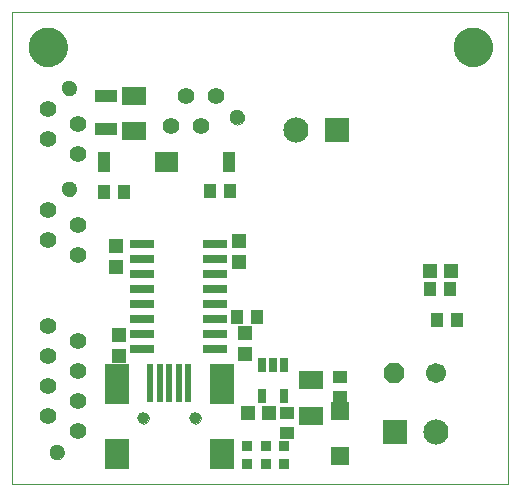
<source format=gts>
G75*
%MOIN*%
%OFA0B0*%
%FSLAX24Y24*%
%IPPOS*%
%LPD*%
%AMOC8*
5,1,8,0,0,1.08239X$1,22.5*
%
%ADD10C,0.0000*%
%ADD11C,0.0512*%
%ADD12C,0.1300*%
%ADD13R,0.0840X0.0300*%
%ADD14R,0.0434X0.0473*%
%ADD15R,0.0355X0.0355*%
%ADD16R,0.0473X0.0434*%
%ADD17R,0.0453X0.0465*%
%ADD18C,0.0560*%
%ADD19R,0.0465X0.0453*%
%ADD20R,0.0257X0.0512*%
%ADD21R,0.0827X0.1024*%
%ADD22R,0.0827X0.1339*%
%ADD23R,0.0237X0.1260*%
%ADD24C,0.0394*%
%ADD25R,0.0591X0.0591*%
%ADD26R,0.0434X0.0709*%
%ADD27R,0.0840X0.0840*%
%ADD28C,0.0840*%
%ADD29R,0.0827X0.0631*%
%ADD30OC8,0.0670*%
%ADD31C,0.0670*%
%ADD32R,0.0749X0.0434*%
D10*
X000159Y001847D02*
X000159Y017595D01*
X016694Y017595D01*
X016694Y001847D01*
X000159Y001847D01*
X001399Y002910D02*
X001401Y002940D01*
X001407Y002970D01*
X001416Y002999D01*
X001429Y003026D01*
X001446Y003051D01*
X001465Y003074D01*
X001488Y003095D01*
X001513Y003112D01*
X001539Y003126D01*
X001568Y003136D01*
X001597Y003143D01*
X001627Y003146D01*
X001658Y003145D01*
X001688Y003140D01*
X001717Y003131D01*
X001744Y003119D01*
X001770Y003104D01*
X001794Y003085D01*
X001815Y003063D01*
X001833Y003039D01*
X001848Y003012D01*
X001859Y002984D01*
X001867Y002955D01*
X001871Y002925D01*
X001871Y002895D01*
X001867Y002865D01*
X001859Y002836D01*
X001848Y002808D01*
X001833Y002781D01*
X001815Y002757D01*
X001794Y002735D01*
X001770Y002716D01*
X001744Y002701D01*
X001717Y002689D01*
X001688Y002680D01*
X001658Y002675D01*
X001627Y002674D01*
X001597Y002677D01*
X001568Y002684D01*
X001539Y002694D01*
X001513Y002708D01*
X001488Y002725D01*
X001465Y002746D01*
X001446Y002769D01*
X001429Y002794D01*
X001416Y002821D01*
X001407Y002850D01*
X001401Y002880D01*
X001399Y002910D01*
X004348Y004044D02*
X004350Y004070D01*
X004356Y004096D01*
X004366Y004121D01*
X004379Y004144D01*
X004395Y004164D01*
X004415Y004182D01*
X004437Y004197D01*
X004460Y004209D01*
X004486Y004217D01*
X004512Y004221D01*
X004538Y004221D01*
X004564Y004217D01*
X004590Y004209D01*
X004614Y004197D01*
X004635Y004182D01*
X004655Y004164D01*
X004671Y004144D01*
X004684Y004121D01*
X004694Y004096D01*
X004700Y004070D01*
X004702Y004044D01*
X004700Y004018D01*
X004694Y003992D01*
X004684Y003967D01*
X004671Y003944D01*
X004655Y003924D01*
X004635Y003906D01*
X004613Y003891D01*
X004590Y003879D01*
X004564Y003871D01*
X004538Y003867D01*
X004512Y003867D01*
X004486Y003871D01*
X004460Y003879D01*
X004436Y003891D01*
X004415Y003906D01*
X004395Y003924D01*
X004379Y003944D01*
X004366Y003967D01*
X004356Y003992D01*
X004350Y004018D01*
X004348Y004044D01*
X006080Y004044D02*
X006082Y004070D01*
X006088Y004096D01*
X006098Y004121D01*
X006111Y004144D01*
X006127Y004164D01*
X006147Y004182D01*
X006169Y004197D01*
X006192Y004209D01*
X006218Y004217D01*
X006244Y004221D01*
X006270Y004221D01*
X006296Y004217D01*
X006322Y004209D01*
X006346Y004197D01*
X006367Y004182D01*
X006387Y004164D01*
X006403Y004144D01*
X006416Y004121D01*
X006426Y004096D01*
X006432Y004070D01*
X006434Y004044D01*
X006432Y004018D01*
X006426Y003992D01*
X006416Y003967D01*
X006403Y003944D01*
X006387Y003924D01*
X006367Y003906D01*
X006345Y003891D01*
X006322Y003879D01*
X006296Y003871D01*
X006270Y003867D01*
X006244Y003867D01*
X006218Y003871D01*
X006192Y003879D01*
X006168Y003891D01*
X006147Y003906D01*
X006127Y003924D01*
X006111Y003944D01*
X006098Y003967D01*
X006088Y003992D01*
X006082Y004018D01*
X006080Y004044D01*
X001813Y011690D02*
X001815Y011720D01*
X001821Y011750D01*
X001830Y011779D01*
X001843Y011806D01*
X001860Y011831D01*
X001879Y011854D01*
X001902Y011875D01*
X001927Y011892D01*
X001953Y011906D01*
X001982Y011916D01*
X002011Y011923D01*
X002041Y011926D01*
X002072Y011925D01*
X002102Y011920D01*
X002131Y011911D01*
X002158Y011899D01*
X002184Y011884D01*
X002208Y011865D01*
X002229Y011843D01*
X002247Y011819D01*
X002262Y011792D01*
X002273Y011764D01*
X002281Y011735D01*
X002285Y011705D01*
X002285Y011675D01*
X002281Y011645D01*
X002273Y011616D01*
X002262Y011588D01*
X002247Y011561D01*
X002229Y011537D01*
X002208Y011515D01*
X002184Y011496D01*
X002158Y011481D01*
X002131Y011469D01*
X002102Y011460D01*
X002072Y011455D01*
X002041Y011454D01*
X002011Y011457D01*
X001982Y011464D01*
X001953Y011474D01*
X001927Y011488D01*
X001902Y011505D01*
X001879Y011526D01*
X001860Y011549D01*
X001843Y011574D01*
X001830Y011601D01*
X001821Y011630D01*
X001815Y011660D01*
X001813Y011690D01*
X001813Y015048D02*
X001815Y015078D01*
X001821Y015108D01*
X001830Y015137D01*
X001843Y015164D01*
X001860Y015189D01*
X001879Y015212D01*
X001902Y015233D01*
X001927Y015250D01*
X001953Y015264D01*
X001982Y015274D01*
X002011Y015281D01*
X002041Y015284D01*
X002072Y015283D01*
X002102Y015278D01*
X002131Y015269D01*
X002158Y015257D01*
X002184Y015242D01*
X002208Y015223D01*
X002229Y015201D01*
X002247Y015177D01*
X002262Y015150D01*
X002273Y015122D01*
X002281Y015093D01*
X002285Y015063D01*
X002285Y015033D01*
X002281Y015003D01*
X002273Y014974D01*
X002262Y014946D01*
X002247Y014919D01*
X002229Y014895D01*
X002208Y014873D01*
X002184Y014854D01*
X002158Y014839D01*
X002131Y014827D01*
X002102Y014818D01*
X002072Y014813D01*
X002041Y014812D01*
X002011Y014815D01*
X001982Y014822D01*
X001953Y014832D01*
X001927Y014846D01*
X001902Y014863D01*
X001879Y014884D01*
X001860Y014907D01*
X001843Y014932D01*
X001830Y014959D01*
X001821Y014988D01*
X001815Y015018D01*
X001813Y015048D01*
X000710Y016414D02*
X000712Y016464D01*
X000718Y016514D01*
X000728Y016563D01*
X000742Y016611D01*
X000759Y016658D01*
X000780Y016703D01*
X000805Y016747D01*
X000833Y016788D01*
X000865Y016827D01*
X000899Y016864D01*
X000936Y016898D01*
X000976Y016928D01*
X001018Y016955D01*
X001062Y016979D01*
X001108Y017000D01*
X001155Y017016D01*
X001203Y017029D01*
X001253Y017038D01*
X001302Y017043D01*
X001353Y017044D01*
X001403Y017041D01*
X001452Y017034D01*
X001501Y017023D01*
X001549Y017008D01*
X001595Y016990D01*
X001640Y016968D01*
X001683Y016942D01*
X001724Y016913D01*
X001763Y016881D01*
X001799Y016846D01*
X001831Y016808D01*
X001861Y016768D01*
X001888Y016725D01*
X001911Y016681D01*
X001930Y016635D01*
X001946Y016587D01*
X001958Y016538D01*
X001966Y016489D01*
X001970Y016439D01*
X001970Y016389D01*
X001966Y016339D01*
X001958Y016290D01*
X001946Y016241D01*
X001930Y016193D01*
X001911Y016147D01*
X001888Y016103D01*
X001861Y016060D01*
X001831Y016020D01*
X001799Y015982D01*
X001763Y015947D01*
X001724Y015915D01*
X001683Y015886D01*
X001640Y015860D01*
X001595Y015838D01*
X001549Y015820D01*
X001501Y015805D01*
X001452Y015794D01*
X001403Y015787D01*
X001353Y015784D01*
X001302Y015785D01*
X001253Y015790D01*
X001203Y015799D01*
X001155Y015812D01*
X001108Y015828D01*
X001062Y015849D01*
X001018Y015873D01*
X000976Y015900D01*
X000936Y015930D01*
X000899Y015964D01*
X000865Y016001D01*
X000833Y016040D01*
X000805Y016081D01*
X000780Y016125D01*
X000759Y016170D01*
X000742Y016217D01*
X000728Y016265D01*
X000718Y016314D01*
X000712Y016364D01*
X000710Y016414D01*
X007407Y014072D02*
X007409Y014102D01*
X007415Y014132D01*
X007424Y014161D01*
X007437Y014188D01*
X007454Y014213D01*
X007473Y014236D01*
X007496Y014257D01*
X007521Y014274D01*
X007547Y014288D01*
X007576Y014298D01*
X007605Y014305D01*
X007635Y014308D01*
X007666Y014307D01*
X007696Y014302D01*
X007725Y014293D01*
X007752Y014281D01*
X007778Y014266D01*
X007802Y014247D01*
X007823Y014225D01*
X007841Y014201D01*
X007856Y014174D01*
X007867Y014146D01*
X007875Y014117D01*
X007879Y014087D01*
X007879Y014057D01*
X007875Y014027D01*
X007867Y013998D01*
X007856Y013970D01*
X007841Y013943D01*
X007823Y013919D01*
X007802Y013897D01*
X007778Y013878D01*
X007752Y013863D01*
X007725Y013851D01*
X007696Y013842D01*
X007666Y013837D01*
X007635Y013836D01*
X007605Y013839D01*
X007576Y013846D01*
X007547Y013856D01*
X007521Y013870D01*
X007496Y013887D01*
X007473Y013908D01*
X007454Y013931D01*
X007437Y013956D01*
X007424Y013983D01*
X007415Y014012D01*
X007409Y014042D01*
X007407Y014072D01*
X014883Y016414D02*
X014885Y016464D01*
X014891Y016514D01*
X014901Y016563D01*
X014915Y016611D01*
X014932Y016658D01*
X014953Y016703D01*
X014978Y016747D01*
X015006Y016788D01*
X015038Y016827D01*
X015072Y016864D01*
X015109Y016898D01*
X015149Y016928D01*
X015191Y016955D01*
X015235Y016979D01*
X015281Y017000D01*
X015328Y017016D01*
X015376Y017029D01*
X015426Y017038D01*
X015475Y017043D01*
X015526Y017044D01*
X015576Y017041D01*
X015625Y017034D01*
X015674Y017023D01*
X015722Y017008D01*
X015768Y016990D01*
X015813Y016968D01*
X015856Y016942D01*
X015897Y016913D01*
X015936Y016881D01*
X015972Y016846D01*
X016004Y016808D01*
X016034Y016768D01*
X016061Y016725D01*
X016084Y016681D01*
X016103Y016635D01*
X016119Y016587D01*
X016131Y016538D01*
X016139Y016489D01*
X016143Y016439D01*
X016143Y016389D01*
X016139Y016339D01*
X016131Y016290D01*
X016119Y016241D01*
X016103Y016193D01*
X016084Y016147D01*
X016061Y016103D01*
X016034Y016060D01*
X016004Y016020D01*
X015972Y015982D01*
X015936Y015947D01*
X015897Y015915D01*
X015856Y015886D01*
X015813Y015860D01*
X015768Y015838D01*
X015722Y015820D01*
X015674Y015805D01*
X015625Y015794D01*
X015576Y015787D01*
X015526Y015784D01*
X015475Y015785D01*
X015426Y015790D01*
X015376Y015799D01*
X015328Y015812D01*
X015281Y015828D01*
X015235Y015849D01*
X015191Y015873D01*
X015149Y015900D01*
X015109Y015930D01*
X015072Y015964D01*
X015038Y016001D01*
X015006Y016040D01*
X014978Y016081D01*
X014953Y016125D01*
X014932Y016170D01*
X014915Y016217D01*
X014901Y016265D01*
X014891Y016314D01*
X014885Y016364D01*
X014883Y016414D01*
D11*
X007643Y014072D03*
X002049Y015048D03*
X002049Y011690D03*
X001635Y002910D03*
D12*
X001340Y016414D03*
X015513Y016414D03*
D13*
X006901Y009841D03*
X006901Y009341D03*
X006901Y008841D03*
X006901Y008341D03*
X006901Y007841D03*
X006901Y007341D03*
X006901Y006841D03*
X006901Y006341D03*
X004481Y006341D03*
X004481Y006841D03*
X004481Y007341D03*
X004481Y007841D03*
X004481Y008341D03*
X004481Y008841D03*
X004481Y009341D03*
X004481Y009841D03*
D14*
X003880Y011572D03*
X003210Y011572D03*
X006754Y011627D03*
X007423Y011627D03*
X007643Y007422D03*
X008313Y007422D03*
X014092Y008367D03*
X014761Y008367D03*
X014990Y007336D03*
X014320Y007336D03*
D15*
X009226Y003127D03*
X009226Y002536D03*
X008596Y002536D03*
X008596Y003127D03*
X007990Y003127D03*
X007990Y002536D03*
D16*
X009297Y003560D03*
X009297Y004229D03*
X011080Y004749D03*
X011080Y005418D03*
D17*
X008704Y004233D03*
X008015Y004233D03*
X014086Y008965D03*
X014775Y008965D03*
D18*
X006933Y014788D03*
X005933Y014788D03*
X006433Y013788D03*
X005433Y013788D03*
X002332Y013838D03*
X002332Y012838D03*
X001332Y013338D03*
X001332Y014338D03*
X001332Y010983D03*
X001332Y009983D03*
X002332Y009483D03*
X002332Y010483D03*
X001336Y007117D03*
X001336Y006117D03*
X001336Y005117D03*
X001336Y004117D03*
X002336Y003617D03*
X002336Y004617D03*
X002336Y005617D03*
X002336Y006617D03*
D19*
X003710Y006822D03*
X003710Y006133D03*
X003600Y009093D03*
X003600Y009782D03*
X007726Y009952D03*
X007726Y009263D03*
X007923Y006881D03*
X007923Y006192D03*
D20*
X008478Y005808D03*
X008852Y005808D03*
X009226Y005808D03*
X009226Y004784D03*
X008478Y004784D03*
D21*
X007143Y002863D03*
X003639Y002863D03*
D22*
X003639Y005186D03*
X007143Y005186D03*
D23*
X006021Y005225D03*
X005706Y005225D03*
X005391Y005225D03*
X005076Y005225D03*
X004761Y005225D03*
D24*
X004525Y004044D03*
X006257Y004044D03*
D25*
X011092Y004292D03*
X011092Y002796D03*
D26*
X007380Y012580D03*
X005490Y012580D03*
X005116Y012580D03*
X003226Y012580D03*
D27*
X010986Y013658D03*
X012915Y003580D03*
D28*
X014293Y003580D03*
X009608Y013658D03*
D29*
X004202Y013615D03*
X004202Y014796D03*
X010120Y005312D03*
X010120Y004131D03*
D30*
X012884Y005548D03*
D31*
X014284Y005548D03*
D32*
X003281Y013682D03*
X003281Y014784D03*
M02*

</source>
